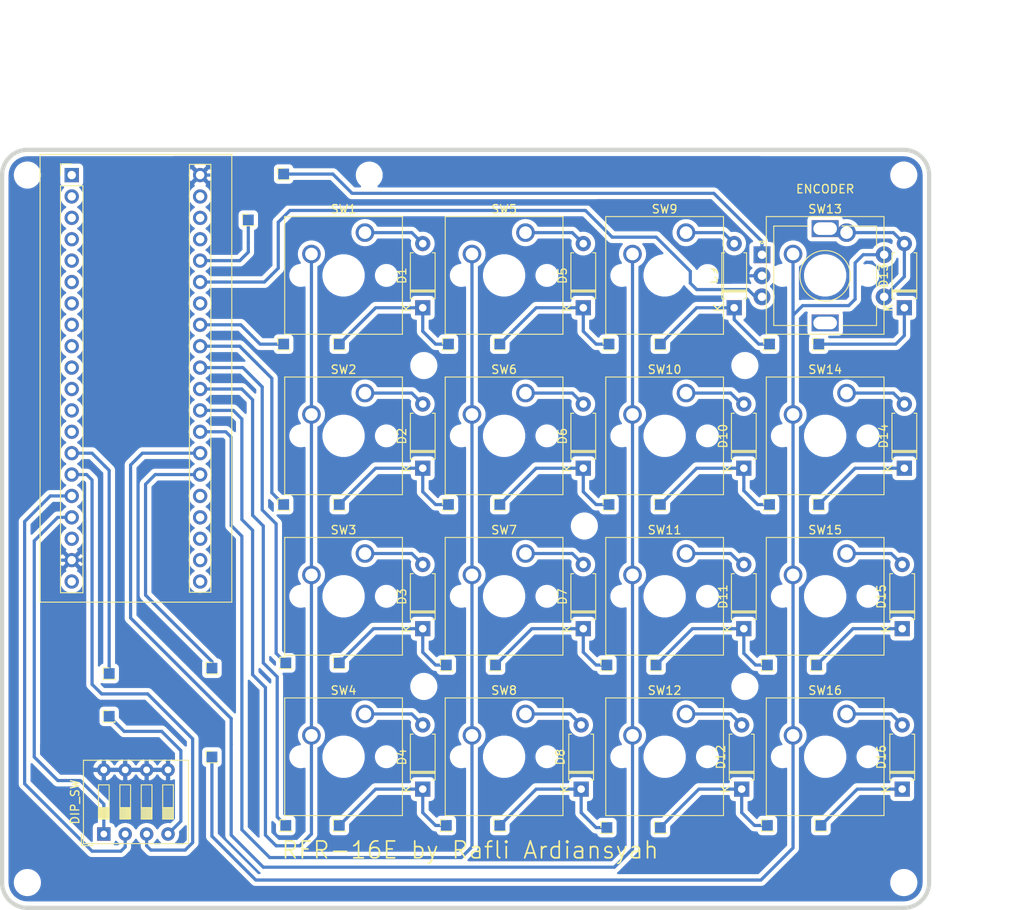
<source format=kicad_pcb>
(kicad_pcb (version 20171130) (host pcbnew "(5.1.9)-1")
  (layers (0 F.Cu signal) (31 B.Cu signal) (34 B.Paste user) (35 F.Paste user) (36 B.SilkS user) (37 F.SilkS user) (38 B.Mask user) (39 F.Mask user) (44 Edge.Cuts user))
  (net 0 "")
  (net 1 baris1)
  (net 2 "Net-(D1-Pad2)")
  (net 3 "Net-(D2-Pad2)")
  (net 4 baris2)
  (net 5 baris3)
  (net 6 "Net-(D3-Pad2)")
  (net 7 baris4)
  (net 8 "Net-(D4-Pad2)")
  (net 9 "Net-(D5-Pad2)")
  (net 10 "Net-(D6-Pad2)")
  (net 11 "Net-(D7-Pad2)")
  (net 12 "Net-(D8-Pad2)")
  (net 13 "Net-(D9-Pad2)")
  (net 14 "Net-(D10-Pad2)")
  (net 15 "Net-(D11-Pad2)")
  (net 16 "Net-(D12-Pad2)")
  (net 17 "Net-(D13-Pad2)")
  (net 18 "Net-(D14-Pad2)")
  (net 19 "Net-(D15-Pad2)")
  (net 20 "Net-(D16-Pad2)")
  (net 21 kolom1)
  (net 22 kolom2)
  (net 23 kolom3)
  (net 24 kolom4)
  (net 25 B_E)
  (net 26 GND_E)
  (net 27 A_E)
  (net 28 sw_ch1)
  (net 29 GND)
  (net 30 sw_ch2)
  (net 31 sw_ch3)
  (net 32 sw_ch4)
  (net 33 "Net-(U1-Pad1)")
  (net 34 "Net-(U1-Pad39)")
  (net 35 "Net-(U1-Pad2)")
  (net 36 "Net-(U1-Pad38)")
  (net 37 "Net-(U1-Pad3)")
  (net 38 "Net-(U1-Pad37)")
  (net 39 "Net-(U1-Pad4)")
  (net 40 "Net-(U1-Pad5)")
  (net 41 "Net-(U1-Pad6)")
  (net 42 "Net-(U1-Pad34)")
  (net 43 "Net-(U1-Pad7)")
  (net 44 "Net-(U1-Pad8)")
  (net 45 "Net-(U1-Pad9)")
  (net 46 "Net-(U1-Pad10)")
  (net 47 "Net-(U1-Pad11)")
  (net 48 "Net-(U1-Pad12)")
  (net 49 "Net-(U1-Pad13)")
  (net 50 "Net-(U1-Pad25)")
  (net 51 "Net-(U1-Pad24)")
  (net 52 "Net-(U1-Pad23)")
  (net 53 "Net-(U1-Pad18)")
  (net 54 "Net-(U1-Pad22)")
  (net 55 "Net-(U1-Pad21)")
  (net 56 "Net-(U1-Pad20)")
  (module MountingHole:MountingHole_2.2mm_M2_ISO14580 (layer F.Cu) (at 83.566 64)
    (fp_text reference REF** hide)
    (fp_text value MountingHole_2.2mm_M2_ISO14580)
    (pad 1 np_thru_hole circle (at 0 0) (size 2.2 2.2) (drill 2.2) (layers *.Cu *.Mask))
  )
  (module MountingHole:MountingHole_2.2mm_M2 (layer F.Cu) (at 109.093 105.664)
    (fp_text reference REF** hide)
    (fp_text value MountingHole_2.2mm_M2)
    (pad 1 np_thru_hole circle (at 0 0) (size 2.2 2.2) (drill 2.2) (layers *.Cu *.Mask))
  )
  (module MountingHole:MountingHole_2.2mm_M2 (layer F.Cu) (at 128.143 124.714)
    (fp_text reference REF** hide)
    (fp_text value MountingHole_2.2mm_M2)
    (pad 1 np_thru_hole circle (at 0 0) (size 2.2 2.2) (drill 2.2) (layers *.Cu *.Mask))
  )
  (module MountingHole:MountingHole_2.2mm_M2 (layer F.Cu) (at 90.043 124.714)
    (fp_text reference REF** hide)
    (fp_text value MountingHole_2.2mm_M2)
    (pad 1 np_thru_hole circle (at 0 0) (size 2.2 2.2) (drill 2.2) (layers *.Cu *.Mask))
  )
  (module MountingHole:MountingHole_2.2mm_M2 (layer F.Cu) (at 128.143 86.614)
    (fp_text reference REF** hide)
    (fp_text value MountingHole_2.2mm_M2)
    (pad 1 np_thru_hole circle (at 0 0) (size 2.2 2.2) (drill 2.2) (layers *.Cu *.Mask))
  )
  (module MountingHole:MountingHole_2.2mm_M2 (layer F.Cu) (at 90.043 86.614)
    (fp_text reference REF** hide)
    (fp_text value MountingHole_2.2mm_M2)
    (pad 1 np_thru_hole circle (at 0 0) (size 2.2 2.2) (drill 2.2) (layers *.Cu *.Mask))
  )
  (module Button_Switch_Keyboard:SW_Cherry_MX_1.00u_PCB (layer F.Cu) (at 121.158 70.83425)
    (fp_text reference SW9 (at -2.54 -2.794) (layer F.SilkS))
    (fp_text value SW_SPST)
    (pad 1 thru_hole circle (at 0 0) (size 2.2 2.2) (drill 1.5) (layers *.Cu *.Mask) (net 13 "Net-(D9-Pad2)"))
    (pad 2 thru_hole circle (at -6.35 2.54) (size 2.2 2.2) (drill 1.5) (layers *.Cu *.Mask) (net 23 kolom3))
    (pad "" np_thru_hole circle (at -2.54 5.08) (size 4 4) (drill 4) (layers *.Cu *.Mask))
    (pad "" np_thru_hole circle (at -7.62 5.08) (size 1.7 1.7) (drill 1.7) (layers *.Cu *.Mask))
    (pad "" np_thru_hole circle (at 2.54 5.08) (size 1.7 1.7) (drill 1.7) (layers *.Cu *.Mask))
  )
  (module Diode_THT:D_A-405_P7.62mm_Horizontal (layer F.Cu) (at 126.873 79.756 90)
    (fp_text reference D9 (at 3.81 -2.47 90) (layer F.SilkS))
    (fp_text value D_Small_ALT)
    (fp_text user K (at 0 -1.9 90) (layer F.SilkS))
    (pad 2 thru_hole oval (at 7.62 0 90) (size 1.8 1.8) (drill 0.9) (layers *.Cu *.Mask) (net 13 "Net-(D9-Pad2)"))
    (pad 1 thru_hole rect (at 0 0 90) (size 1.8 1.8) (drill 0.9) (layers *.Cu *.Mask) (net 1 baris1))
  )
  (module Connector_PinHeader_1.00mm:PinHeader_1x01_P1.00mm_Vertical (layer F.Cu) (at 64.897 133.096)
    (fp_text reference REF** hide)
    (fp_text value PinHeader_1x01_P1.00mm_Vertical)
    (pad 1 connect rect (at 0 0) (size 1.3 1.3) (layers B.Cu B.Mask) (net 24 kolom4))
  )
  (module Connector_PinHeader_1.00mm:PinHeader_1x01_P1.00mm_Vertical (layer F.Cu) (at 64.897 122.555)
    (fp_text reference REF** hide)
    (fp_text value PinHeader_1x01_P1.00mm_Vertical)
    (pad 1 connect rect (at 0 0) (size 1.3 1.3) (layers B.Cu B.Mask) (net 24 kolom4))
  )
  (module Connector_PinHeader_1.00mm:PinHeader_1x01_P1.00mm_Vertical (layer F.Cu) (at 52.705 123.19)
    (fp_text reference REF** hide)
    (fp_text value PinHeader_1x01_P1.00mm_Vertical)
    (pad 1 connect rect (at 0 0) (size 1.3 1.3) (layers B.Cu B.Mask) (net 32 sw_ch4))
  )
  (module Connector_PinHeader_1.00mm:PinHeader_1x01_P1.00mm_Vertical (layer F.Cu) (at 52.705 128.27)
    (fp_text reference REF** hide)
    (fp_text value PinHeader_1x01_P1.00mm_Vertical)
    (pad 1 connect rect (at 0 0) (size 1.3 1.3) (layers B.Cu B.Mask) (net 32 sw_ch4))
  )
  (module Connector_PinHeader_1.00mm:PinHeader_1x01_P1.00mm_Vertical (layer F.Cu) (at 73.406 63.881)
    (fp_text reference REF** hide)
    (fp_text value PinHeader_1x01_P1.00mm_Vertical)
    (pad 1 connect rect (at 0 0) (size 1.3 1.3) (layers B.Cu B.Mask) (net 27 A_E))
  )
  (module Connector_PinHeader_1.00mm:PinHeader_1x01_P1.00mm_Vertical (layer F.Cu) (at 69.215 69.342)
    (fp_text reference REF** hide)
    (fp_text value PinHeader_1x01_P1.00mm_Vertical)
    (pad 1 connect rect (at 0 0) (size 1.3 1.3) (layers B.Cu B.Mask) (net 27 A_E))
  )
  (module Connector_PinHeader_1.00mm:PinHeader_1x01_P1.00mm_Vertical (layer F.Cu) (at 137.16 141.224)
    (fp_text reference REF** hide)
    (fp_text value PinHeader_1x01_P1.00mm_Vertical)
    (pad 1 connect rect (at 0 0) (size 1.3 1.3) (layers B.Cu B.Mask) (net 7 baris4))
  )
  (module Connector_PinHeader_1.00mm:PinHeader_1x01_P1.00mm_Vertical (layer F.Cu) (at 130.81 141.224)
    (fp_text reference REF** hide)
    (fp_text value PinHeader_1x01_P1.00mm_Vertical)
    (pad 1 connect rect (at 0 0) (size 1.3 1.3) (layers B.Cu B.Mask) (net 7 baris4))
  )
  (module Connector_PinHeader_1.00mm:PinHeader_1x01_P1.00mm_Vertical (layer F.Cu) (at 118.11 141.478)
    (fp_text reference REF** hide)
    (fp_text value PinHeader_1x01_P1.00mm_Vertical)
    (pad 1 connect rect (at 0 0) (size 1.3 1.3) (layers B.Cu B.Mask) (net 7 baris4))
  )
  (module Connector_PinHeader_1.00mm:PinHeader_1x01_P1.00mm_Vertical (layer F.Cu) (at 111.76 141.478)
    (fp_text reference REF** hide)
    (fp_text value PinHeader_1x01_P1.00mm_Vertical)
    (pad 1 connect rect (at 0 0) (size 1.3 1.3) (layers B.Cu B.Mask) (net 7 baris4))
  )
  (module Connector_PinHeader_1.00mm:PinHeader_1x01_P1.00mm_Vertical (layer F.Cu) (at 99.06 141.224)
    (fp_text reference REF** hide)
    (fp_text value PinHeader_1x01_P1.00mm_Vertical)
    (pad 1 connect rect (at 0 0) (size 1.3 1.3) (layers B.Cu B.Mask) (net 7 baris4))
  )
  (module Connector_PinHeader_1.00mm:PinHeader_1x01_P1.00mm_Vertical (layer F.Cu) (at 92.71 141.224)
    (fp_text reference REF** hide)
    (fp_text value PinHeader_1x01_P1.00mm_Vertical)
    (pad 1 connect rect (at 0 0) (size 1.3 1.3) (layers B.Cu B.Mask) (net 7 baris4))
  )
  (module Connector_PinHeader_1.00mm:PinHeader_1x01_P1.00mm_Vertical (layer F.Cu) (at 80.01 141.224)
    (fp_text reference REF** hide)
    (fp_text value PinHeader_1x01_P1.00mm_Vertical)
    (pad 1 connect rect (at 0 0) (size 1.3 1.3) (layers B.Cu B.Mask) (net 7 baris4))
  )
  (module Connector_PinHeader_1.00mm:PinHeader_1x01_P1.00mm_Vertical (layer F.Cu) (at 73.66 141.224)
    (fp_text reference REF** hide)
    (fp_text value PinHeader_1x01_P1.00mm_Vertical)
    (pad 1 connect rect (at 0 0) (size 1.3 1.3) (layers B.Cu B.Mask) (net 7 baris4))
  )
  (module Connector_PinHeader_1.00mm:PinHeader_1x01_P1.00mm_Vertical (layer F.Cu) (at 130.81 122.174)
    (fp_text reference REF** hide)
    (fp_text value PinHeader_1x01_P1.00mm_Vertical)
    (pad 1 connect rect (at 0 0) (size 1.3 1.3) (layers B.Cu B.Mask) (net 5 baris3))
  )
  (module Connector_PinHeader_1.00mm:PinHeader_1x01_P1.00mm_Vertical (layer F.Cu) (at 136.652 122.174)
    (fp_text reference REF** hide)
    (fp_text value PinHeader_1x01_P1.00mm_Vertical)
    (pad 1 connect rect (at 0 0) (size 1.3 1.3) (layers B.Cu B.Mask) (net 5 baris3))
  )
  (module Connector_PinHeader_1.00mm:PinHeader_1x01_P1.00mm_Vertical (layer F.Cu) (at 111.76 122.174)
    (fp_text reference REF** hide)
    (fp_text value PinHeader_1x01_P1.00mm_Vertical)
    (pad 1 connect rect (at 0 0) (size 1.3 1.3) (layers B.Cu B.Mask) (net 5 baris3))
  )
  (module Connector_PinHeader_1.00mm:PinHeader_1x01_P1.00mm_Vertical (layer F.Cu) (at 117.602 122.174)
    (fp_text reference REF** hide)
    (fp_text value PinHeader_1x01_P1.00mm_Vertical)
    (pad 1 connect rect (at 0 0) (size 1.3 1.3) (layers B.Cu B.Mask) (net 5 baris3))
  )
  (module Connector_PinHeader_1.00mm:PinHeader_1x01_P1.00mm_Vertical (layer F.Cu) (at 98.552 122.174)
    (fp_text reference REF** hide)
    (fp_text value PinHeader_1x01_P1.00mm_Vertical)
    (pad 1 connect rect (at 0 0) (size 1.3 1.3) (layers B.Cu B.Mask) (net 5 baris3))
  )
  (module Connector_PinHeader_1.00mm:PinHeader_1x01_P1.00mm_Vertical (layer F.Cu) (at 92.71 122.174)
    (fp_text reference REF** hide)
    (fp_text value PinHeader_1x01_P1.00mm_Vertical)
    (pad 1 connect rect (at 0 0) (size 1.3 1.3) (layers B.Cu B.Mask) (net 5 baris3))
  )
  (module Connector_PinHeader_1.00mm:PinHeader_1x01_P1.00mm_Vertical (layer F.Cu) (at 80.01 121.92)
    (fp_text reference REF** hide)
    (fp_text value PinHeader_1x01_P1.00mm_Vertical)
    (pad 1 connect rect (at 0 0) (size 1.3 1.3) (layers B.Cu B.Mask) (net 5 baris3))
  )
  (module Connector_PinHeader_1.00mm:PinHeader_1x01_P1.00mm_Vertical (layer F.Cu) (at 73.66 121.92)
    (fp_text reference REF** hide)
    (fp_text value PinHeader_1x01_P1.00mm_Vertical)
    (pad 1 connect rect (at 0 0) (size 1.3 1.3) (layers B.Cu B.Mask) (net 5 baris3))
  )
  (module Connector_PinHeader_1.00mm:PinHeader_1x01_P1.00mm_Vertical (layer F.Cu) (at 136.906 103.124)
    (fp_text reference REF** hide)
    (fp_text value PinHeader_1x01_P1.00mm_Vertical)
    (pad 1 connect rect (at 0 0) (size 1.3 1.3) (layers B.Cu B.Mask) (net 4 baris2))
  )
  (module Connector_PinHeader_1.00mm:PinHeader_1x01_P1.00mm_Vertical (layer F.Cu) (at 73.406 103.124)
    (fp_text reference REF** hide)
    (fp_text value PinHeader_1x01_P1.00mm_Vertical)
    (pad 1 connect rect (at 0 0) (size 1.3 1.3) (layers B.Cu B.Mask) (net 4 baris2))
  )
  (module Connector_PinHeader_1.00mm:PinHeader_1x01_P1.00mm_Vertical (layer F.Cu) (at 118.11 103.124)
    (fp_text reference REF** hide)
    (fp_text value PinHeader_1x01_P1.00mm_Vertical)
    (pad 1 connect rect (at 0 0) (size 1.3 1.3) (layers B.Cu B.Mask) (net 4 baris2))
  )
  (module Connector_PinHeader_1.00mm:PinHeader_1x01_P1.00mm_Vertical (layer F.Cu) (at 80.01 103.124)
    (fp_text reference REF** hide)
    (fp_text value PinHeader_1x01_P1.00mm_Vertical)
    (pad 1 connect rect (at 0 0) (size 1.3 1.3) (layers B.Cu B.Mask) (net 4 baris2))
  )
  (module Connector_PinHeader_1.00mm:PinHeader_1x01_P1.00mm_Vertical (layer F.Cu) (at 92.964 103.124)
    (fp_text reference REF** hide)
    (fp_text value PinHeader_1x01_P1.00mm_Vertical)
    (pad 1 connect rect (at 0 0) (size 1.3 1.3) (layers B.Cu B.Mask) (net 4 baris2))
  )
  (module Connector_PinHeader_1.00mm:PinHeader_1x01_P1.00mm_Vertical (layer F.Cu) (at 131.064 103.124)
    (fp_text reference REF** hide)
    (fp_text value PinHeader_1x01_P1.00mm_Vertical)
    (pad 1 connect rect (at 0 0) (size 1.3 1.3) (layers B.Cu B.Mask) (net 4 baris2))
  )
  (module Connector_PinHeader_1.00mm:PinHeader_1x01_P1.00mm_Vertical (layer F.Cu) (at 112.014 103.124)
    (fp_text reference REF** hide)
    (fp_text value PinHeader_1x01_P1.00mm_Vertical)
    (pad 1 connect rect (at 0 0) (size 1.3 1.3) (layers B.Cu B.Mask) (net 4 baris2))
  )
  (module Connector_PinHeader_1.00mm:PinHeader_1x01_P1.00mm_Vertical (layer F.Cu) (at 99.06 103.124)
    (fp_text reference REF** hide)
    (fp_text value PinHeader_1x01_P1.00mm_Vertical)
    (pad 1 connect rect (at 0 0) (size 1.3 1.3) (layers B.Cu B.Mask) (net 4 baris2))
  )
  (module Button_Switch_Keyboard:SW_Cherry_MX_1.00u_PCB (layer F.Cu) (at 83.058 70.83425)
    (fp_text reference SW1 (at -2.54 -2.794) (layer F.SilkS))
    (fp_text value SW_SPST)
    (pad "" np_thru_hole circle (at 2.54 5.08) (size 1.7 1.7) (drill 1.7) (layers *.Cu *.Mask))
    (pad "" np_thru_hole circle (at -7.62 5.08) (size 1.7 1.7) (drill 1.7) (layers *.Cu *.Mask))
    (pad "" np_thru_hole circle (at -2.54 5.08) (size 4 4) (drill 4) (layers *.Cu *.Mask))
    (pad 2 thru_hole circle (at -6.35 2.54) (size 2.2 2.2) (drill 1.5) (layers *.Cu *.Mask) (net 21 kolom1))
    (pad 1 thru_hole circle (at 0 0) (size 2.2 2.2) (drill 1.5) (layers *.Cu *.Mask) (net 2 "Net-(D1-Pad2)"))
  )
  (module Connector_PinHeader_1.00mm:PinHeader_1x01_P1.00mm_Vertical (layer F.Cu) (at 73.406 84.074)
    (fp_text reference REF** hide)
    (fp_text value PinHeader_1x01_P1.00mm_Vertical)
    (pad 1 connect rect (at 0 0) (size 1.3 1.3) (layers B.Cu B.Mask) (net 1 baris1))
  )
  (module Connector_PinHeader_1.00mm:PinHeader_1x01_P1.00mm_Vertical (layer F.Cu) (at 80.01 84.074)
    (fp_text reference REF** hide)
    (fp_text value PinHeader_1x01_P1.00mm_Vertical)
    (pad 1 connect rect (at 0 0) (size 1.3 1.3) (layers B.Cu B.Mask) (net 1 baris1))
  )
  (module Connector_PinHeader_1.00mm:PinHeader_1x01_P1.00mm_Vertical (layer F.Cu) (at 99.06 84.074)
    (fp_text reference REF** hide)
    (fp_text value PinHeader_1x01_P1.00mm_Vertical)
    (pad 1 connect rect (at 0 0) (size 1.3 1.3) (layers B.Cu B.Mask) (net 1 baris1))
  )
  (module Connector_PinHeader_1.00mm:PinHeader_1x01_P1.00mm_Vertical (layer F.Cu) (at 92.964 84.074)
    (fp_text reference REF** hide)
    (fp_text value PinHeader_1x01_P1.00mm_Vertical)
    (pad 1 connect rect (at 0 0) (size 1.3 1.3) (layers B.Cu B.Mask) (net 1 baris1))
  )
  (module Connector_PinHeader_1.00mm:PinHeader_1x01_P1.00mm_Vertical (layer F.Cu) (at 112.014 84.074)
    (fp_text reference REF** hide)
    (fp_text value PinHeader_1x01_P1.00mm_Vertical)
    (pad 1 connect rect (at 0 0) (size 1.3 1.3) (layers B.Cu B.Mask) (net 1 baris1))
  )
  (module Connector_PinHeader_1.00mm:PinHeader_1x01_P1.00mm_Vertical (layer F.Cu) (at 118.11 84.074)
    (fp_text reference REF** hide)
    (fp_text value PinHeader_1x01_P1.00mm_Vertical)
    (pad 1 connect rect (at 0 0) (size 1.3 1.3) (layers B.Cu B.Mask) (net 1 baris1))
  )
  (module Connector_PinHeader_1.00mm:PinHeader_1x01_P1.00mm_Vertical (layer F.Cu) (at 131.064 84.074)
    (fp_text reference REF** hide)
    (fp_text value PinHeader_1x01_P1.00mm_Vertical)
    (pad 1 connect rect (at 0 0) (size 1.3 1.3) (layers B.Cu B.Mask) (net 1 baris1))
  )
  (module Connector_PinHeader_1.00mm:PinHeader_1x01_P1.00mm_Vertical (layer F.Cu) (at 136.906 84.074)
    (fp_text reference REF** hide)
    (fp_text value PinHeader_1x01_P1.00mm_Vertical)
    (pad 1 connect rect (at 0 0) (size 1.3 1.3) (layers B.Cu B.Mask) (net 1 baris1))
  )
  (module MountingHole:MountingHole_2.2mm_M2_ISO14580 (layer F.Cu) (at 147 64)
    (fp_text reference REF** hide)
    (fp_text value MountingHole_2.2mm_M2_ISO14580)
    (pad 1 np_thru_hole circle (at 0 0) (size 2.2 2.2) (drill 2.2) (layers *.Cu *.Mask))
  )
  (module MountingHole:MountingHole_2.2mm_M2_ISO14580 (layer F.Cu) (at 147 148)
    (fp_text reference REF** hide)
    (fp_text value MountingHole_2.2mm_M2_ISO14580)
    (pad 1 np_thru_hole circle (at 0 0) (size 2.2 2.2) (drill 2.2) (layers *.Cu *.Mask))
  )
  (module MountingHole:MountingHole_2.2mm_M2_ISO14580 (layer F.Cu) (at 43 64)
    (fp_text reference REF** hide)
    (fp_text value MountingHole_2.2mm_M2_ISO14580)
    (pad 1 np_thru_hole circle (at 0 0) (size 2.2 2.2) (drill 2.2) (layers *.Cu *.Mask))
  )
  (module MountingHole:MountingHole_2.2mm_M2_ISO14580 (layer F.Cu) (at 43 148)
    (fp_text reference REF** hide)
    (fp_text value MountingHole_2.2mm_M2_ISO14580)
    (pad 1 np_thru_hole circle (at 0 0) (size 2.2 2.2) (drill 2.2) (layers *.Cu *.Mask))
  )
  (module Diode_THT:D_A-405_P7.62mm_Horizontal (layer F.Cu) (at 89.916 79.756 90)
    (fp_text reference D1 (at 3.81 -2.47 90) (layer F.SilkS))
    (fp_text value D_Small_ALT)
    (fp_text user K (at 0 -1.9 90) (layer F.SilkS))
    (pad 1 thru_hole rect (at 0 0 90) (size 1.8 1.8) (drill 0.9) (layers *.Cu *.Mask) (net 1 baris1))
    (pad 2 thru_hole oval (at 7.62 0 90) (size 1.8 1.8) (drill 0.9) (layers *.Cu *.Mask) (net 2 "Net-(D1-Pad2)"))
  )
  (module Diode_THT:D_A-405_P7.62mm_Horizontal (layer F.Cu) (at 89.916 98.806 90)
    (fp_text reference D2 (at 3.81 -2.47 90) (layer F.SilkS))
    (fp_text value D_Small_ALT)
    (fp_text user K (at 0 -1.9 90) (layer F.SilkS))
    (pad 2 thru_hole oval (at 7.62 0 90) (size 1.8 1.8) (drill 0.9) (layers *.Cu *.Mask) (net 3 "Net-(D2-Pad2)"))
    (pad 1 thru_hole rect (at 0 0 90) (size 1.8 1.8) (drill 0.9) (layers *.Cu *.Mask) (net 4 baris2))
  )
  (module Diode_THT:D_A-405_P7.62mm_Horizontal (layer F.Cu) (at 89.916 117.856 90)
    (fp_text reference D3 (at 3.81 -2.47 90) (layer F.SilkS))
    (fp_text value D_Small_ALT)
    (fp_text user K (at 0 -1.9 90) (layer F.SilkS))
    (pad 1 thru_hole rect (at 0 0 90) (size 1.8 1.8) (drill 0.9) (layers *.Cu *.Mask) (net 5 baris3))
    (pad 2 thru_hole oval (at 7.62 0 90) (size 1.8 1.8) (drill 0.9) (layers *.Cu *.Mask) (net 6 "Net-(D3-Pad2)"))
  )
  (module Diode_THT:D_A-405_P7.62mm_Horizontal (layer F.Cu) (at 89.916 136.906 90)
    (fp_text reference D4 (at 3.81 -2.47 90) (layer F.SilkS))
    (fp_text value D_Small_ALT)
    (fp_text user K (at 0 -1.9 90) (layer F.SilkS))
    (pad 1 thru_hole rect (at 0 0 90) (size 1.8 1.8) (drill 0.9) (layers *.Cu *.Mask) (net 7 baris4))
    (pad 2 thru_hole oval (at 7.62 0 90) (size 1.8 1.8) (drill 0.9) (layers *.Cu *.Mask) (net 8 "Net-(D4-Pad2)"))
  )
  (module Diode_THT:D_A-405_P7.62mm_Horizontal (layer F.Cu) (at 108.966 79.756 90)
    (fp_text reference D5 (at 3.81 -2.47 90) (layer F.SilkS))
    (fp_text value D_Small_ALT)
    (fp_text user K (at 0 -1.9 90) (layer F.SilkS))
    (pad 1 thru_hole rect (at 0 0 90) (size 1.8 1.8) (drill 0.9) (layers *.Cu *.Mask) (net 1 baris1))
    (pad 2 thru_hole oval (at 7.62 0 90) (size 1.8 1.8) (drill 0.9) (layers *.Cu *.Mask) (net 9 "Net-(D5-Pad2)"))
  )
  (module Diode_THT:D_A-405_P7.62mm_Horizontal (layer F.Cu) (at 108.966 98.806 90)
    (fp_text reference D6 (at 3.81 -2.47 90) (layer F.SilkS))
    (fp_text value D_Small_ALT)
    (fp_text user K (at 0 -1.9 90) (layer F.SilkS))
    (pad 2 thru_hole oval (at 7.62 0 90) (size 1.8 1.8) (drill 0.9) (layers *.Cu *.Mask) (net 10 "Net-(D6-Pad2)"))
    (pad 1 thru_hole rect (at 0 0 90) (size 1.8 1.8) (drill 0.9) (layers *.Cu *.Mask) (net 4 baris2))
  )
  (module Diode_THT:D_A-405_P7.62mm_Horizontal (layer F.Cu) (at 108.966 117.856 90)
    (fp_text reference D7 (at 3.81 -2.47 90) (layer F.SilkS))
    (fp_text value D_Small_ALT)
    (fp_text user K (at 0 -1.9 90) (layer F.SilkS))
    (pad 2 thru_hole oval (at 7.62 0 90) (size 1.8 1.8) (drill 0.9) (layers *.Cu *.Mask) (net 11 "Net-(D7-Pad2)"))
    (pad 1 thru_hole rect (at 0 0 90) (size 1.8 1.8) (drill 0.9) (layers *.Cu *.Mask) (net 5 baris3))
  )
  (module Diode_THT:D_A-405_P7.62mm_Horizontal (layer F.Cu) (at 108.712 136.906 90)
    (fp_text reference D8 (at 3.81 -2.47 90) (layer F.SilkS))
    (fp_text value D_Small_ALT)
    (fp_text user K (at 0 -1.9 90) (layer F.SilkS))
    (pad 2 thru_hole oval (at 7.62 0 90) (size 1.8 1.8) (drill 0.9) (layers *.Cu *.Mask) (net 12 "Net-(D8-Pad2)"))
    (pad 1 thru_hole rect (at 0 0 90) (size 1.8 1.8) (drill 0.9) (layers *.Cu *.Mask) (net 7 baris4))
  )
  (module Diode_THT:D_A-405_P7.62mm_Horizontal (layer F.Cu) (at 128.016 98.806 90)
    (fp_text reference D10 (at 3.81 -2.47 90) (layer F.SilkS))
    (fp_text value D_Small_ALT)
    (fp_text user K (at 0 -1.9 90) (layer F.SilkS))
    (pad 1 thru_hole rect (at 0 0 90) (size 1.8 1.8) (drill 0.9) (layers *.Cu *.Mask) (net 4 baris2))
    (pad 2 thru_hole oval (at 7.62 0 90) (size 1.8 1.8) (drill 0.9) (layers *.Cu *.Mask) (net 14 "Net-(D10-Pad2)"))
  )
  (module Diode_THT:D_A-405_P7.62mm_Horizontal (layer F.Cu) (at 128.016 117.856 90)
    (fp_text reference D11 (at 3.81 -2.47 90) (layer F.SilkS))
    (fp_text value D_Small_ALT)
    (fp_text user K (at 0 -1.9 90) (layer F.SilkS))
    (pad 1 thru_hole rect (at 0 0 90) (size 1.8 1.8) (drill 0.9) (layers *.Cu *.Mask) (net 5 baris3))
    (pad 2 thru_hole oval (at 7.62 0 90) (size 1.8 1.8) (drill 0.9) (layers *.Cu *.Mask) (net 15 "Net-(D11-Pad2)"))
  )
  (module Diode_THT:D_A-405_P7.62mm_Horizontal (layer F.Cu) (at 127.762 136.906 90)
    (fp_text reference D12 (at 3.81 -2.47 90) (layer F.SilkS))
    (fp_text value D_Small_ALT)
    (fp_text user K (at 0 -1.9 90) (layer F.SilkS))
    (pad 1 thru_hole rect (at 0 0 90) (size 1.8 1.8) (drill 0.9) (layers *.Cu *.Mask) (net 7 baris4))
    (pad 2 thru_hole oval (at 7.62 0 90) (size 1.8 1.8) (drill 0.9) (layers *.Cu *.Mask) (net 16 "Net-(D12-Pad2)"))
  )
  (module Diode_THT:D_A-405_P7.62mm_Horizontal (layer F.Cu) (at 147.066 79.756 90)
    (fp_text reference D13 (at 3.81 -2.47 90) (layer F.SilkS))
    (fp_text value D_Small_ALT)
    (fp_text user K (at 0 -1.9 90) (layer F.SilkS))
    (pad 1 thru_hole rect (at 0 0 90) (size 1.8 1.8) (drill 0.9) (layers *.Cu *.Mask) (net 1 baris1))
    (pad 2 thru_hole oval (at 7.62 0 90) (size 1.8 1.8) (drill 0.9) (layers *.Cu *.Mask) (net 17 "Net-(D13-Pad2)"))
  )
  (module Diode_THT:D_A-405_P7.62mm_Horizontal (layer F.Cu) (at 147.066 98.806 90)
    (fp_text reference D14 (at 3.81 -2.47 90) (layer F.SilkS))
    (fp_text value D_Small_ALT)
    (fp_text user K (at 0 -1.9 90) (layer F.SilkS))
    (pad 2 thru_hole oval (at 7.62 0 90) (size 1.8 1.8) (drill 0.9) (layers *.Cu *.Mask) (net 18 "Net-(D14-Pad2)"))
    (pad 1 thru_hole rect (at 0 0 90) (size 1.8 1.8) (drill 0.9) (layers *.Cu *.Mask) (net 4 baris2))
  )
  (module Diode_THT:D_A-405_P7.62mm_Horizontal (layer F.Cu) (at 146.812 117.856 90)
    (fp_text reference D15 (at 3.81 -2.47 90) (layer F.SilkS))
    (fp_text value D_Small_ALT)
    (fp_text user K (at 0 -1.9 90) (layer F.SilkS))
    (pad 2 thru_hole oval (at 7.62 0 90) (size 1.8 1.8) (drill 0.9) (layers *.Cu *.Mask) (net 19 "Net-(D15-Pad2)"))
    (pad 1 thru_hole rect (at 0 0 90) (size 1.8 1.8) (drill 0.9) (layers *.Cu *.Mask) (net 5 baris3))
  )
  (module Diode_THT:D_A-405_P7.62mm_Horizontal (layer F.Cu) (at 146.812 136.906 90)
    (fp_text reference D16 (at 3.81 -2.47 90) (layer F.SilkS))
    (fp_text value D_Small_ALT)
    (fp_text user K (at 0 -1.9 90) (layer F.SilkS))
    (pad 2 thru_hole oval (at 7.62 0 90) (size 1.8 1.8) (drill 0.9) (layers *.Cu *.Mask) (net 20 "Net-(D16-Pad2)"))
    (pad 1 thru_hole rect (at 0 0 90) (size 1.8 1.8) (drill 0.9) (layers *.Cu *.Mask) (net 7 baris4))
  )
  (module Button_Switch_Keyboard:SW_Cherry_MX_1.00u_PCB (layer F.Cu) (at 83.058 89.88425)
    (fp_text reference SW2 (at -2.54 -2.794) (layer F.SilkS))
    (fp_text value SW_SPST)
    (pad 1 thru_hole circle (at 0 0) (size 2.2 2.2) (drill 1.5) (layers *.Cu *.Mask) (net 3 "Net-(D2-Pad2)"))
    (pad 2 thru_hole circle (at -6.35 2.54) (size 2.2 2.2) (drill 1.5) (layers *.Cu *.Mask) (net 21 kolom1))
    (pad "" np_thru_hole circle (at -2.54 5.08) (size 4 4) (drill 4) (layers *.Cu *.Mask))
    (pad "" np_thru_hole circle (at -7.62 5.08) (size 1.7 1.7) (drill 1.7) (layers *.Cu *.Mask))
    (pad "" np_thru_hole circle (at 2.54 5.08) (size 1.7 1.7) (drill 1.7) (layers *.Cu *.Mask))
  )
  (module Button_Switch_Keyboard:SW_Cherry_MX_1.00u_PCB (layer F.Cu) (at 83.058 108.93425)
    (fp_text reference SW3 (at -2.54 -2.794) (layer F.SilkS))
    (fp_text value SW_SPST)
    (pad 1 thru_hole circle (at 0 0) (size 2.2 2.2) (drill 1.5) (layers *.Cu *.Mask) (net 6 "Net-(D3-Pad2)"))
    (pad 2 thru_hole circle (at -6.35 2.54) (size 2.2 2.2) (drill 1.5) (layers *.Cu *.Mask) (net 21 kolom1))
    (pad "" np_thru_hole circle (at -2.54 5.08) (size 4 4) (drill 4) (layers *.Cu *.Mask))
    (pad "" np_thru_hole circle (at -7.62 5.08) (size 1.7 1.7) (drill 1.7) (layers *.Cu *.Mask))
    (pad "" np_thru_hole circle (at 2.54 5.08) (size 1.7 1.7) (drill 1.7) (layers *.Cu *.Mask))
  )
  (module Button_Switch_Keyboard:SW_Cherry_MX_1.00u_PCB (layer F.Cu) (at 83.058 127.98425)
    (fp_text reference SW4 (at -2.54 -2.794) (layer F.SilkS))
    (fp_text value SW_SPST)
    (pad 1 thru_hole circle (at 0 0) (size 2.2 2.2) (drill 1.5) (layers *.Cu *.Mask) (net 8 "Net-(D4-Pad2)"))
    (pad 2 thru_hole circle (at -6.35 2.54) (size 2.2 2.2) (drill 1.5) (layers *.Cu *.Mask) (net 21 kolom1))
    (pad "" np_thru_hole circle (at -2.54 5.08) (size 4 4) (drill 4) (layers *.Cu *.Mask))
    (pad "" np_thru_hole circle (at -7.62 5.08) (size 1.7 1.7) (drill 1.7) (layers *.Cu *.Mask))
    (pad "" np_thru_hole circle (at 2.54 5.08) (size 1.7 1.7) (drill 1.7) (layers *.Cu *.Mask))
  )
  (module Button_Switch_Keyboard:SW_Cherry_MX_1.00u_PCB (layer F.Cu) (at 102.108 70.83425)
    (fp_text reference SW5 (at -2.54 -2.794) (layer F.SilkS))
    (fp_text value SW_SPST)
    (pad 1 thru_hole circle (at 0 0) (size 2.2 2.2) (drill 1.5) (layers *.Cu *.Mask) (net 9 "Net-(D5-Pad2)"))
    (pad 2 thru_hole circle (at -6.35 2.54) (size 2.2 2.2) (drill 1.5) (layers *.Cu *.Mask) (net 22 kolom2))
    (pad "" np_thru_hole circle (at -2.54 5.08) (size 4 4) (drill 4) (layers *.Cu *.Mask))
    (pad "" np_thru_hole circle (at -7.62 5.08) (size 1.7 1.7) (drill 1.7) (layers *.Cu *.Mask))
    (pad "" np_thru_hole circle (at 2.54 5.08) (size 1.7 1.7) (drill 1.7) (layers *.Cu *.Mask))
  )
  (module Button_Switch_Keyboard:SW_Cherry_MX_1.00u_PCB (layer F.Cu) (at 102.108 89.88425)
    (fp_text reference SW6 (at -2.54 -2.794) (layer F.SilkS))
    (fp_text value SW_SPST)
    (pad "" np_thru_hole circle (at 2.54 5.08) (size 1.7 1.7) (drill 1.7) (layers *.Cu *.Mask))
    (pad "" np_thru_hole circle (at -7.62 5.08) (size 1.7 1.7) (drill 1.7) (layers *.Cu *.Mask))
    (pad "" np_thru_hole circle (at -2.54 5.08) (size 4 4) (drill 4) (layers *.Cu *.Mask))
    (pad 2 thru_hole circle (at -6.35 2.54) (size 2.2 2.2) (drill 1.5) (layers *.Cu *.Mask) (net 22 kolom2))
    (pad 1 thru_hole circle (at 0 0) (size 2.2 2.2) (drill 1.5) (layers *.Cu *.Mask) (net 10 "Net-(D6-Pad2)"))
  )
  (module Button_Switch_Keyboard:SW_Cherry_MX_1.00u_PCB (layer F.Cu) (at 102.108 108.93425)
    (fp_text reference SW7 (at -2.54 -2.794) (layer F.SilkS))
    (fp_text value SW_SPST)
    (pad 1 thru_hole circle (at 0 0) (size 2.2 2.2) (drill 1.5) (layers *.Cu *.Mask) (net 11 "Net-(D7-Pad2)"))
    (pad 2 thru_hole circle (at -6.35 2.54) (size 2.2 2.2) (drill 1.5) (layers *.Cu *.Mask) (net 22 kolom2))
    (pad "" np_thru_hole circle (at -2.54 5.08) (size 4 4) (drill 4) (layers *.Cu *.Mask))
    (pad "" np_thru_hole circle (at -7.62 5.08) (size 1.7 1.7) (drill 1.7) (layers *.Cu *.Mask))
    (pad "" np_thru_hole circle (at 2.54 5.08) (size 1.7 1.7) (drill 1.7) (layers *.Cu *.Mask))
  )
  (module Button_Switch_Keyboard:SW_Cherry_MX_1.00u_PCB (layer F.Cu) (at 102.108 127.98425)
    (fp_text reference SW8 (at -2.54 -2.794) (layer F.SilkS))
    (fp_text value SW_SPST)
    (pad 1 thru_hole circle (at 0 0) (size 2.2 2.2) (drill 1.5) (layers *.Cu *.Mask) (net 12 "Net-(D8-Pad2)"))
    (pad 2 thru_hole circle (at -6.35 2.54) (size 2.2 2.2) (drill 1.5) (layers *.Cu *.Mask) (net 22 kolom2))
    (pad "" np_thru_hole circle (at -2.54 5.08) (size 4 4) (drill 4) (layers *.Cu *.Mask))
    (pad "" np_thru_hole circle (at -7.62 5.08) (size 1.7 1.7) (drill 1.7) (layers *.Cu *.Mask))
    (pad "" np_thru_hole circle (at 2.54 5.08) (size 1.7 1.7) (drill 1.7) (layers *.Cu *.Mask))
  )
  (module Button_Switch_Keyboard:SW_Cherry_MX_1.00u_PCB (layer F.Cu) (at 121.158 89.88425)
    (fp_text reference SW10 (at -2.54 -2.794) (layer F.SilkS))
    (fp_text value SW_SPST)
    (pad 1 thru_hole circle (at 0 0) (size 2.2 2.2) (drill 1.5) (layers *.Cu *.Mask) (net 14 "Net-(D10-Pad2)"))
    (pad 2 thru_hole circle (at -6.35 2.54) (size 2.2 2.2) (drill 1.5) (layers *.Cu *.Mask) (net 23 kolom3))
    (pad "" np_thru_hole circle (at -2.54 5.08) (size 4 4) (drill 4) (layers *.Cu *.Mask))
    (pad "" np_thru_hole circle (at -7.62 5.08) (size 1.7 1.7) (drill 1.7) (layers *.Cu *.Mask))
    (pad "" np_thru_hole circle (at 2.54 5.08) (size 1.7 1.7) (drill 1.7) (layers *.Cu *.Mask))
  )
  (module Button_Switch_Keyboard:SW_Cherry_MX_1.00u_PCB (layer F.Cu) (at 121.158 108.93425)
    (fp_text reference SW11 (at -2.54 -2.794) (layer F.SilkS))
    (fp_text value SW_SPST)
    (pad "" np_thru_hole circle (at 2.54 5.08) (size 1.7 1.7) (drill 1.7) (layers *.Cu *.Mask))
    (pad "" np_thru_hole circle (at -7.62 5.08) (size 1.7 1.7) (drill 1.7) (layers *.Cu *.Mask))
    (pad "" np_thru_hole circle (at -2.54 5.08) (size 4 4) (drill 4) (layers *.Cu *.Mask))
    (pad 2 thru_hole circle (at -6.35 2.54) (size 2.2 2.2) (drill 1.5) (layers *.Cu *.Mask) (net 23 kolom3))
    (pad 1 thru_hole circle (at 0 0) (size 2.2 2.2) (drill 1.5) (layers *.Cu *.Mask) (net 15 "Net-(D11-Pad2)"))
  )
  (module Button_Switch_Keyboard:SW_Cherry_MX_1.00u_PCB (layer F.Cu) (at 121.158 127.98425)
    (fp_text reference SW12 (at -2.54 -2.794) (layer F.SilkS))
    (fp_text value SW_SPST)
    (pad "" np_thru_hole circle (at 2.54 5.08) (size 1.7 1.7) (drill 1.7) (layers *.Cu *.Mask))
    (pad "" np_thru_hole circle (at -7.62 5.08) (size 1.7 1.7) (drill 1.7) (layers *.Cu *.Mask))
    (pad "" np_thru_hole circle (at -2.54 5.08) (size 4 4) (drill 4) (layers *.Cu *.Mask))
    (pad 2 thru_hole circle (at -6.35 2.54) (size 2.2 2.2) (drill 1.5) (layers *.Cu *.Mask) (net 23 kolom3))
    (pad 1 thru_hole circle (at 0 0) (size 2.2 2.2) (drill 1.5) (layers *.Cu *.Mask) (net 16 "Net-(D12-Pad2)"))
  )
  (module Button_Switch_Keyboard:SW_Cherry_MX_1.00u_PCB (layer F.Cu) (at 140.208 70.83425)
    (fp_text reference SW13 (at -2.54 -2.794) (layer F.SilkS))
    (fp_text value SW_SPST)
    (pad "" np_thru_hole circle (at 2.54 5.08) (size 1.7 1.7) (drill 1.7) (layers *.Cu *.Mask))
    (pad "" np_thru_hole circle (at -7.62 5.08) (size 1.7 1.7) (drill 1.7) (layers *.Cu *.Mask))
    (pad "" np_thru_hole circle (at -2.54 5.08) (size 4 4) (drill 4) (layers *.Cu *.Mask))
    (pad 2 thru_hole circle (at -6.35 2.54) (size 2.2 2.2) (drill 1.5) (layers *.Cu *.Mask) (net 24 kolom4))
    (pad 1 thru_hole circle (at 0 0) (size 2.2 2.2) (drill 1.5) (layers *.Cu *.Mask) (net 17 "Net-(D13-Pad2)"))
  )
  (module Button_Switch_Keyboard:SW_Cherry_MX_1.00u_PCB (layer F.Cu) (at 140.208 89.88425)
    (fp_text reference SW14 (at -2.54 -2.794) (layer F.SilkS))
    (fp_text value SW_SPST)
    (pad "" np_thru_hole circle (at 2.54 5.08) (size 1.7 1.7) (drill 1.7) (layers *.Cu *.Mask))
    (pad "" np_thru_hole circle (at -7.62 5.08) (size 1.7 1.7) (drill 1.7) (layers *.Cu *.Mask))
    (pad "" np_thru_hole circle (at -2.54 5.08) (size 4 4) (drill 4) (layers *.Cu *.Mask))
    (pad 2 thru_hole circle (at -6.35 2.54) (size 2.2 2.2) (drill 1.5) (layers *.Cu *.Mask) (net 24 kolom4))
    (pad 1 thru_hole circle (at 0 0) (size 2.2 2.2) (drill 1.5) (layers *.Cu *.Mask) (net 18 "Net-(D14-Pad2)"))
  )
  (module Button_Switch_Keyboard:SW_Cherry_MX_1.00u_PCB (layer F.Cu) (at 140.208 108.93425)
    (fp_text reference SW15 (at -2.54 -2.794) (layer F.SilkS))
    (fp_text value SW_SPST)
    (pad "" np_thru_hole circle (at 2.54 5.08) (size 1.7 1.7) (drill 1.7) (layers *.Cu *.Mask))
    (pad "" np_thru_hole circle (at -7.62 5.08) (size 1.7 1.7) (drill 1.7) (layers *.Cu *.Mask))
    (pad "" np_thru_hole circle (at -2.54 5.08) (size 4 4) (drill 4) (layers *.Cu *.Mask))
    (pad 2 thru_hole circle (at -6.35 2.54) (size 2.2 2.2) (drill 1.5) (layers *.Cu *.Mask) (net 24 kolom4))
    (pad 1 thru_hole circle (at 0 0) (size 2.2 2.2) (drill 1.5) (layers *.Cu *.Mask) (net 19 "Net-(D15-Pad2)"))
  )
  (module Button_Switch_Keyboard:SW_Cherry_MX_1.00u_PCB (layer F.Cu) (at 140.208 127.98425)
    (fp_text reference SW16 (at -2.54 -2.794) (layer F.SilkS))
    (fp_text value SW_SPST)
    (pad "" np_thru_hole circle (at 2.54 5.08) (size 1.7 1.7) (drill 1.7) (layers *.Cu *.Mask))
    (pad "" np_thru_hole circle (at -7.62 5.08) (size 1.7 1.7) (drill 1.7) (layers *.Cu *.Mask))
    (pad "" np_thru_hole circle (at -2.54 5.08) (size 4 4) (drill 4) (layers *.Cu *.Mask))
    (pad 2 thru_hole circle (at -6.35 2.54) (size 2.2 2.2) (drill 1.5) (layers *.Cu *.Mask) (net 24 kolom4))
    (pad 1 thru_hole circle (at 0 0) (size 2.2 2.2) (drill 1.5) (layers *.Cu *.Mask) (net 20 "Net-(D16-Pad2)"))
  )
  (module Rotary_Encoder:RotaryEncoder_Alps_EC11E-Switch_Vertical_H20mm (layer F.Cu) (at 130.168 73.458)
    (fp_text reference ENCODER (at 7.5 -7.799) (layer F.SilkS))
    (fp_text value Rotary_Encoder_Switch)
    (pad S1 thru_hole circle (at 14.5 5) (size 2 2) (drill 1) (layers *.Cu *.Mask) (net 17 "Net-(D13-Pad2)"))
    (pad S2 thru_hole circle (at 14.5 0) (size 2 2) (drill 1) (layers *.Cu *.Mask) (net 24 kolom4))
    (pad MP thru_hole rect (at 7.5 8.1) (size 3.2 2) (drill oval 2.8 1.5) (layers *.Cu *.Mask))
    (pad MP thru_hole rect (at 7.5 -3.1) (size 3.2 2) (drill oval 2.8 1.5) (layers *.Cu *.Mask))
    (pad B thru_hole circle (at 0 5) (size 2 2) (drill 1) (layers *.Cu *.Mask) (net 25 B_E))
    (pad C thru_hole circle (at 0 2.5) (size 2 2) (drill 1) (layers *.Cu *.Mask) (net 26 GND_E))
    (pad A thru_hole rect (at 0 0) (size 2 2) (drill 1) (layers *.Cu *.Mask) (net 27 A_E))
  )
  (module Button_Switch_THT:SW_DIP_SPSTx04_Slide_9.78x12.34mm_W7.62mm_P2.54mm (layer F.Cu) (at 52.07 142.24 90)
    (fp_text reference DIP_SW (at 3.81 -3.42 90) (layer F.SilkS))
    (fp_text value SW_DIP_x04)
    (pad 1 thru_hole rect (at 0 0 90) (size 1.6 1.6) (drill 0.8) (layers *.Cu *.Mask) (net 28 sw_ch1))
    (pad 5 thru_hole oval (at 7.62 7.62 90) (size 1.6 1.6) (drill 0.8) (layers *.Cu *.Mask) (net 29 GND))
    (pad 2 thru_hole oval (at 0 2.54 90) (size 1.6 1.6) (drill 0.8) (layers *.Cu *.Mask) (net 30 sw_ch2))
    (pad 6 thru_hole oval (at 7.62 5.08 90) (size 1.6 1.6) (drill 0.8) (layers *.Cu *.Mask) (net 29 GND))
    (pad 3 thru_hole oval (at 0 5.08 90) (size 1.6 1.6) (drill 0.8) (layers *.Cu *.Mask) (net 31 sw_ch3))
    (pad 7 thru_hole oval (at 7.62 2.54 90) (size 1.6 1.6) (drill 0.8) (layers *.Cu *.Mask) (net 29 GND))
    (pad 4 thru_hole oval (at 0 7.62 90) (size 1.6 1.6) (drill 0.8) (layers *.Cu *.Mask) (net 32 sw_ch4))
    (pad 8 thru_hole oval (at 7.62 0 90) (size 1.6 1.6) (drill 0.8) (layers *.Cu *.Mask) (net 29 GND))
  )
  (module STM32_Board:YAAJ_BluePill_2 (layer F.Cu) (at 48.26 64)
    (fp_text reference U1 hide)
    (fp_text value YAAJ_BluePill_Part_Like hide)
    (pad 40 thru_hole circle (at 15.24 0) (size 1.7 1.7) (drill 1) (layers *.Cu *.Mask) (net 26 GND_E))
    (pad 1 thru_hole rect (at 0 0) (size 1.7 1.7) (drill 1) (layers *.Cu *.Mask) (net 33 "Net-(U1-Pad1)"))
    (pad 39 thru_hole circle (at 15.24 2.54) (size 1.7 1.7) (drill 1) (layers *.Cu *.Mask) (net 34 "Net-(U1-Pad39)"))
    (pad 2 thru_hole circle (at 0 2.54) (size 1.7 1.7) (drill 1) (layers *.Cu *.Mask) (net 35 "Net-(U1-Pad2)"))
    (pad 38 thru_hole circle (at 15.24 5.08) (size 1.7 1.7) (drill 1) (layers *.Cu *.Mask) (net 36 "Net-(U1-Pad38)"))
    (pad 3 thru_hole circle (at 0 5.08) (size 1.7 1.7) (drill 1) (layers *.Cu *.Mask) (net 37 "Net-(U1-Pad3)"))
    (pad 37 thru_hole circle (at 15.24 7.62) (size 1.7 1.7) (drill 1) (layers *.Cu *.Mask) (net 38 "Net-(U1-Pad37)"))
    (pad 4 thru_hole circle (at 0 7.62) (size 1.7 1.7) (drill 1) (layers *.Cu *.Mask) (net 39 "Net-(U1-Pad4)"))
    (pad 36 thru_hole circle (at 15.24 10.16) (size 1.7 1.7) (drill 1) (layers *.Cu *.Mask) (net 27 A_E))
    (pad 5 thru_hole circle (at 0 10.16) (size 1.7 1.7) (drill 1) (layers *.Cu *.Mask) (net 40 "Net-(U1-Pad5)"))
    (pad 35 thru_hole circle (at 15.24 12.7) (size 1.7 1.7) (drill 1) (layers *.Cu *.Mask) (net 25 B_E))
    (pad 6 thru_hole circle (at 0 12.7) (size 1.7 1.7) (drill 1) (layers *.Cu *.Mask) (net 41 "Net-(U1-Pad6)"))
    (pad 34 thru_hole circle (at 15.24 15.24) (size 1.7 1.7) (drill 1) (layers *.Cu *.Mask) (net 42 "Net-(U1-Pad34)"))
    (pad 7 thru_hole circle (at 0 15.24) (size 1.7 1.7) (drill 1) (layers *.Cu *.Mask) (net 43 "Net-(U1-Pad7)"))
    (pad 33 thru_hole circle (at 15.24 17.78) (size 1.7 1.7) (drill 1) (layers *.Cu *.Mask) (net 1 baris1))
    (pad 8 thru_hole circle (at 0 17.78) (size 1.7 1.7) (drill 1) (layers *.Cu *.Mask) (net 44 "Net-(U1-Pad8)"))
    (pad 32 thru_hole circle (at 15.24 20.32) (size 1.7 1.7) (drill 1) (layers *.Cu *.Mask) (net 4 baris2))
    (pad 9 thru_hole circle (at 0 20.32) (size 1.7 1.7) (drill 1) (layers *.Cu *.Mask) (net 45 "Net-(U1-Pad9)"))
    (pad 31 thru_hole circle (at 15.24 22.86) (size 1.7 1.7) (drill 1) (layers *.Cu *.Mask) (net 5 baris3))
    (pad 10 thru_hole circle (at 0 22.86) (size 1.7 1.7) (drill 1) (layers *.Cu *.Mask) (net 46 "Net-(U1-Pad10)"))
    (pad 30 thru_hole circle (at 15.24 25.4) (size 1.7 1.7) (drill 1) (layers *.Cu *.Mask) (net 7 baris4))
    (pad 11 thru_hole circle (at 0 25.4) (size 1.7 1.7) (drill 1) (layers *.Cu *.Mask) (net 47 "Net-(U1-Pad11)"))
    (pad 29 thru_hole circle (at 15.24 27.94) (size 1.7 1.7) (drill 1) (layers *.Cu *.Mask) (net 21 kolom1))
    (pad 12 thru_hole circle (at 0 27.94) (size 1.7 1.7) (drill 1) (layers *.Cu *.Mask) (net 48 "Net-(U1-Pad12)"))
    (pad 28 thru_hole circle (at 15.24 30.48) (size 1.7 1.7) (drill 1) (layers *.Cu *.Mask) (net 22 kolom2))
    (pad 13 thru_hole circle (at 0 30.48) (size 1.7 1.7) (drill 1) (layers *.Cu *.Mask) (net 49 "Net-(U1-Pad13)"))
    (pad 27 thru_hole circle (at 15.24 33.02) (size 1.7 1.7) (drill 1) (layers *.Cu *.Mask) (net 23 kolom3))
    (pad 14 thru_hole circle (at 0 33.02) (size 1.7 1.7) (drill 1) (layers *.Cu *.Mask) (net 32 sw_ch4))
    (pad 26 thru_hole circle (at 15.24 35.56) (size 1.7 1.7) (drill 1) (layers *.Cu *.Mask) (net 24 kolom4))
    (pad 15 thru_hole circle (at 0 35.56) (size 1.7 1.7) (drill 1) (layers *.Cu *.Mask) (net 31 sw_ch3))
    (pad 25 thru_hole circle (at 15.24 38.1) (size 1.7 1.7) (drill 1) (layers *.Cu *.Mask) (net 50 "Net-(U1-Pad25)"))
    (pad 16 thru_hole circle (at 0 38.1) (size 1.7 1.7) (drill 1) (layers *.Cu *.Mask) (net 30 sw_ch2))
    (pad 24 thru_hole circle (at 15.24 40.64) (size 1.7 1.7) (drill 1) (layers *.Cu *.Mask) (net 51 "Net-(U1-Pad24)"))
    (pad 17 thru_hole circle (at 0 40.64) (size 1.7 1.7) (drill 1) (layers *.Cu *.Mask) (net 28 sw_ch1))
    (pad 23 thru_hole circle (at 15.24 43.18) (size 1.7 1.7) (drill 1) (layers *.Cu *.Mask) (net 52 "Net-(U1-Pad23)"))
    (pad 18 thru_hole circle (at 0 43.18) (size 1.7 1.7) (drill 1) (layers *.Cu *.Mask) (net 53 "Net-(U1-Pad18)"))
    (pad 22 thru_hole circle (at 15.24 45.72) (size 1.7 1.7) (drill 1) (layers *.Cu *.Mask) (net 54 "Net-(U1-Pad22)"))
    (pad 19 thru_hole circle (at 0 45.72) (size 1.7 1.7) (drill 1) (layers *.Cu *.Mask) (net 29 GND))
    (pad 21 thru_hole circle (at 15.24 48.26) (size 1.7 1.7) (drill 1) (layers *.Cu *.Mask) (net 55 "Net-(U1-Pad21)"))
    (pad 20 thru_hole circle (at 0 48.26) (size 1.7 1.7) (drill 1) (layers *.Cu *.Mask) (net 56 "Net-(U1-Pad20)"))
  )
  (gr_text "RFR-16E by Rafli Ardiansyah" (at 73.025 144.145) (layer F.SilkS) (effects (font (size 2 2) (thickness 0.2)) (justify left)))
  (gr_line (start 40 148) (end 40 64) (layer Edge.Cuts) (width 0.5))
  (gr_line (start 43 61) (end 147 61) (layer Edge.Cuts) (width 0.5))
  (gr_line (start 150 64) (end 150 148) (layer Edge.Cuts) (width 0.5))
  (gr_arc (start 147 64) (end 150 64) (angle -90) (layer Edge.Cuts) (width 0.5))
  (gr_line (start 147 151) (end 43 151) (layer Edge.Cuts) (width 0.5))
  (gr_arc (start 147 148) (end 147 151) (angle -90) (layer Edge.Cuts) (width 0.5))
  (gr_arc (start 43 64) (end 43 61) (angle -90) (layer Edge.Cuts) (width 0.5))
  (gr_arc (start 43 148) (end 40 148) (angle -90) (layer Edge.Cuts) (width 0.5))
  (segment (start 147.066 79.756) (end 147.066 83.058) (width 0.381) (layer B.Cu) (net 1))
  (segment (start 147.066 83.058) (end 146.05 84.074) (width 0.381) (layer B.Cu) (net 1))
  (segment (start 146.05 84.074) (end 136.906 84.074) (width 0.381) (layer B.Cu) (net 1))
  (segment (start 122.428 79.756) (end 118.11 84.074) (width 0.381) (layer B.Cu) (net 1))
  (segment (start 126.873 79.756) (end 122.428 79.756) (width 0.381) (layer B.Cu) (net 1))
  (segment (start 84.328 79.756) (end 80.01 84.074) (width 0.381) (layer B.Cu) (net 1))
  (segment (start 89.916 79.756) (end 84.328 79.756) (width 0.381) (layer B.Cu) (net 1))
  (segment (start 103.378 79.756) (end 99.06 84.074) (width 0.381) (layer B.Cu) (net 1))
  (segment (start 108.966 79.756) (end 103.378 79.756) (width 0.381) (layer B.Cu) (net 1))
  (segment (start 92.964 84.074) (end 91.44 84.074) (width 0.381) (layer B.Cu) (net 1))
  (segment (start 89.916 82.55) (end 89.916 79.756) (width 0.381) (layer B.Cu) (net 1))
  (segment (start 91.44 84.074) (end 89.916 82.55) (width 0.381) (layer B.Cu) (net 1))
  (segment (start 112.014 84.074) (end 110.49 84.074) (width 0.381) (layer B.Cu) (net 1))
  (segment (start 108.966 82.55) (end 108.966 79.756) (width 0.381) (layer B.Cu) (net 1))
  (segment (start 110.49 84.074) (end 108.966 82.55) (width 0.381) (layer B.Cu) (net 1))
  (segment (start 73.406 84.074) (end 70.612 84.074) (width 0.381) (layer B.Cu) (net 1))
  (segment (start 68.318 81.78) (end 63.5 81.78) (width 0.381) (layer B.Cu) (net 1))
  (segment (start 70.612 84.074) (end 68.318 81.78) (width 0.381) (layer B.Cu) (net 1))
  (segment (start 131.064 84.074) (end 129.794 84.074) (width 0.381) (layer B.Cu) (net 1))
  (segment (start 126.873 81.153) (end 129.794 84.074) (width 0.381) (layer B.Cu) (net 1))
  (segment (start 126.873 79.756) (end 126.873 81.153) (width 0.381) (layer B.Cu) (net 1))
  (segment (start 88.61425 70.83425) (end 89.916 72.136) (width 0.381) (layer B.Cu) (net 2))
  (segment (start 83.058 70.83425) (end 88.61425 70.83425) (width 0.381) (layer B.Cu) (net 2))
  (segment (start 88.61425 89.88425) (end 89.916 91.186) (width 0.381) (layer B.Cu) (net 3))
  (segment (start 83.058 89.88425) (end 88.61425 89.88425) (width 0.381) (layer B.Cu) (net 3))
  (segment (start 141.224 98.806) (end 136.906 103.124) (width 0.381) (layer B.Cu) (net 4))
  (segment (start 147.066 98.806) (end 141.224 98.806) (width 0.381) (layer B.Cu) (net 4))
  (segment (start 122.428 98.806) (end 118.11 103.124) (width 0.381) (layer B.Cu) (net 4))
  (segment (start 127.762 98.806) (end 122.428 98.806) (width 0.381) (layer B.Cu) (net 4))
  (segment (start 112.014 103.124) (end 110.49 103.124) (width 0.381) (layer B.Cu) (net 4))
  (segment (start 108.966 101.6) (end 108.966 98.806) (width 0.381) (layer B.Cu) (net 4))
  (segment (start 110.49 103.124) (end 108.966 101.6) (width 0.381) (layer B.Cu) (net 4))
  (segment (start 103.378 98.806) (end 99.06 103.124) (width 0.381) (layer B.Cu) (net 4))
  (segment (start 108.966 98.806) (end 103.378 98.806) (width 0.381) (layer B.Cu) (net 4))
  (segment (start 92.964 103.124) (end 91.44 103.124) (width 0.381) (layer B.Cu) (net 4))
  (segment (start 89.916 101.6) (end 89.916 98.806) (width 0.381) (layer B.Cu) (net 4))
  (segment (start 91.44 103.124) (end 89.916 101.6) (width 0.381) (layer B.Cu) (net 4))
  (segment (start 84.328 98.806) (end 80.01 103.124) (width 0.381) (layer B.Cu) (net 4))
  (segment (start 89.916 98.806) (end 84.328 98.806) (width 0.381) (layer B.Cu) (net 4))
  (segment (start 68.191 84.32) (end 63.5 84.32) (width 0.381) (layer B.Cu) (net 4))
  (segment (start 72.009 101.727) (end 72.009 88.138) (width 0.381) (layer B.Cu) (net 4))
  (segment (start 72.009 88.138) (end 68.191 84.32) (width 0.381) (layer B.Cu) (net 4))
  (segment (start 73.406 103.124) (end 72.009 101.727) (width 0.381) (layer B.Cu) (net 4))
  (segment (start 128.016 101.219) (end 128.016 98.806) (width 0.381) (layer B.Cu) (net 4))
  (segment (start 131.064 103.124) (end 129.667 103.124) (width 0.381) (layer B.Cu) (net 4))
  (segment (start 128.016 101.473) (end 128.016 101.219) (width 0.381) (layer B.Cu) (net 4))
  (segment (start 129.667 103.124) (end 128.016 101.473) (width 0.381) (layer B.Cu) (net 4))
  (segment (start 84.074 117.856) (end 80.01 121.92) (width 0.381) (layer B.Cu) (net 5))
  (segment (start 89.916 117.856) (end 84.074 117.856) (width 0.381) (layer B.Cu) (net 5))
  (segment (start 92.71 122.174) (end 91.44 122.174) (width 0.381) (layer B.Cu) (net 5))
  (segment (start 89.916 120.65) (end 89.916 117.856) (width 0.381) (layer B.Cu) (net 5))
  (segment (start 91.44 122.174) (end 89.916 120.65) (width 0.381) (layer B.Cu) (net 5))
  (segment (start 102.87 117.856) (end 98.552 122.174) (width 0.381) (layer B.Cu) (net 5))
  (segment (start 108.966 117.856) (end 102.87 117.856) (width 0.381) (layer B.Cu) (net 5))
  (segment (start 140.97 117.856) (end 136.652 122.174) (width 0.381) (layer B.Cu) (net 5))
  (segment (start 146.812 117.856) (end 140.97 117.856) (width 0.381) (layer B.Cu) (net 5))
  (segment (start 121.92 117.856) (end 117.602 122.174) (width 0.381) (layer B.Cu) (net 5))
  (segment (start 127.762 117.856) (end 121.92 117.856) (width 0.381) (layer B.Cu) (net 5))
  (segment (start 111.76 122.174) (end 110.49 122.174) (width 0.381) (layer B.Cu) (net 5))
  (segment (start 108.966 120.65) (end 108.966 117.856) (width 0.381) (layer B.Cu) (net 5))
  (segment (start 110.49 122.174) (end 108.966 120.65) (width 0.381) (layer B.Cu) (net 5))
  (segment (start 72.517 105.41) (end 70.866 103.759) (width 0.381) (layer B.Cu) (net 5))
  (segment (start 68.572 86.86) (end 63.5 86.86) (width 0.381) (layer B.Cu) (net 5))
  (segment (start 70.866 89.154) (end 68.572 86.86) (width 0.381) (layer B.Cu) (net 5))
  (segment (start 70.866 103.759) (end 70.866 89.154) (width 0.381) (layer B.Cu) (net 5))
  (segment (start 73.66 121.92) (end 72.517 120.777) (width 0.381) (layer B.Cu) (net 5))
  (segment (start 72.517 120.777) (end 72.517 105.41) (width 0.381) (layer B.Cu) (net 5))
  (segment (start 128.016 117.856) (end 128.016 120.777) (width 0.381) (layer B.Cu) (net 5))
  (segment (start 129.413 122.174) (end 130.81 122.174) (width 0.381) (layer B.Cu) (net 5))
  (segment (start 128.016 120.777) (end 129.413 122.174) (width 0.381) (layer B.Cu) (net 5))
  (segment (start 88.61425 108.93425) (end 89.916 110.236) (width 0.381) (layer B.Cu) (net 6))
  (segment (start 83.058 108.93425) (end 88.61425 108.93425) (width 0.381) (layer B.Cu) (net 6))
  (segment (start 141.478 136.906) (end 137.16 141.224) (width 0.381) (layer B.Cu) (net 7))
  (segment (start 146.812 136.906) (end 141.478 136.906) (width 0.381) (layer B.Cu) (net 7))
  (segment (start 130.81 141.224) (end 129.286 141.224) (width 0.381) (layer B.Cu) (net 7))
  (segment (start 127.762 139.7) (end 127.762 136.906) (width 0.381) (layer B.Cu) (net 7))
  (segment (start 129.286 141.224) (end 127.762 139.7) (width 0.381) (layer B.Cu) (net 7))
  (segment (start 122.682 136.906) (end 118.11 141.478) (width 0.381) (layer B.Cu) (net 7))
  (segment (start 127.762 136.906) (end 122.682 136.906) (width 0.381) (layer B.Cu) (net 7))
  (segment (start 92.71 141.224) (end 91.44 141.224) (width 0.381) (layer B.Cu) (net 7))
  (segment (start 89.916 139.7) (end 89.916 136.906) (width 0.381) (layer B.Cu) (net 7))
  (segment (start 91.44 141.224) (end 89.916 139.7) (width 0.381) (layer B.Cu) (net 7))
  (segment (start 84.328 136.906) (end 80.01 141.224) (width 0.381) (layer B.Cu) (net 7))
  (segment (start 89.916 136.906) (end 84.328 136.906) (width 0.381) (layer B.Cu) (net 7))
  (segment (start 103.378 136.906) (end 99.06 141.224) (width 0.381) (layer B.Cu) (net 7))
  (segment (start 108.712 136.906) (end 103.378 136.906) (width 0.381) (layer B.Cu) (net 7))
  (segment (start 111.76 141.478) (end 110.49 141.478) (width 0.381) (layer B.Cu) (net 7))
  (segment (start 108.712 139.7) (end 108.712 136.906) (width 0.381) (layer B.Cu) (net 7))
  (segment (start 110.49 141.478) (end 108.712 139.7) (width 0.381) (layer B.Cu) (net 7))
  (segment (start 72.644 140.208) (end 72.771 140.335) (width 0.381) (layer B.Cu) (net 7))
  (segment (start 72.644 123.571) (end 72.644 140.208) (width 0.381) (layer B.Cu) (net 7))
  (segment (start 70.993 121.92) (end 72.644 123.571) (width 0.381) (layer B.Cu) (net 7))
  (segment (start 70.993 105.664) (end 70.993 121.92) (width 0.381) (layer B.Cu) (net 7))
  (segment (start 72.771 140.335) (end 73.66 141.224) (width 0.381) (layer B.Cu) (net 7))
  (segment (start 69.723 104.394) (end 70.993 105.664) (width 0.381) (layer B.Cu) (net 7))
  (segment (start 69.723 90.678) (end 69.723 104.394) (width 0.381) (layer B.Cu) (net 7))
  (segment (start 68.445 89.4) (end 69.723 90.678) (width 0.381) (layer B.Cu) (net 7))
  (segment (start 63.5 89.4) (end 68.445 89.4) (width 0.381) (layer B.Cu) (net 7))
  (segment (start 88.61425 127.98425) (end 89.916 129.286) (width 0.381) (layer B.Cu) (net 8))
  (segment (start 83.058 127.98425) (end 88.61425 127.98425) (width 0.381) (layer B.Cu) (net 8))
  (segment (start 107.66425 70.83425) (end 108.966 72.136) (width 0.381) (layer B.Cu) (net 9))
  (segment (start 102.108 70.83425) (end 107.66425 70.83425) (width 0.381) (layer B.Cu) (net 9))
  (segment (start 107.66425 89.88425) (end 108.966 91.186) (width 0.381) (layer B.Cu) (net 10))
  (segment (start 102.108 89.88425) (end 107.66425 89.88425) (width 0.381) (layer B.Cu) (net 10))
  (segment (start 107.66425 108.93425) (end 108.966 110.236) (width 0.381) (layer B.Cu) (net 11))
  (segment (start 102.108 108.93425) (end 107.66425 108.93425) (width 0.381) (layer B.Cu) (net 11))
  (segment (start 107.41025 127.98425) (end 108.712 129.286) (width 0.381) (layer B.Cu) (net 12))
  (segment (start 102.108 127.98425) (end 107.41025 127.98425) (width 0.381) (layer B.Cu) (net 12))
  (segment (start 125.57125 70.83425) (end 126.873 72.136) (width 0.381) (layer B.Cu) (net 13))
  (segment (start 121.158 70.83425) (end 125.57125 70.83425) (width 0.381) (layer B.Cu) (net 13))
  (segment (start 126.46025 89.88425) (end 127.762 91.186) (width 0.381) (layer B.Cu) (net 14))
  (segment (start 121.158 89.88425) (end 126.46025 89.88425) (width 0.381) (layer B.Cu) (net 14))
  (segment (start 126.46025 108.93425) (end 127.762 110.236) (width 0.381) (layer B.Cu) (net 15))
  (segment (start 121.158 108.93425) (end 126.46025 108.93425) (width 0.381) (layer B.Cu) (net 15))
  (segment (start 126.46025 127.98425) (end 127.762 129.286) (width 0.381) (layer B.Cu) (net 16))
  (segment (start 121.158 127.98425) (end 126.46025 127.98425) (width 0.381) (layer B.Cu) (net 16))
  (segment (start 145.76425 70.83425) (end 147.066 72.136) (width 0.381) (layer B.Cu) (net 17))
  (segment (start 140.208 70.83425) (end 145.76425 70.83425) (width 0.381) (layer B.Cu) (net 17))
  (segment (start 147.066 76.06) (end 147.066 72.136) (width 0.381) (layer B.Cu) (net 17))
  (segment (start 144.668 78.458) (end 147.066 76.06) (width 0.381) (layer B.Cu) (net 17))
  (segment (start 145.76425 89.88425) (end 147.066 91.186) (width 0.381) (layer B.Cu) (net 18))
  (segment (start 140.208 89.88425) (end 145.76425 89.88425) (width 0.381) (layer B.Cu) (net 18))
  (segment (start 145.51025 108.93425) (end 146.812 110.236) (width 0.381) (layer B.Cu) (net 19))
  (segment (start 140.208 108.93425) (end 145.51025 108.93425) (width 0.381) (layer B.Cu) (net 19))
  (segment (start 145.51025 127.98425) (end 146.812 129.286) (width 0.381) (layer B.Cu) (net 20))
  (segment (start 140.208 127.98425) (end 145.51025 127.98425) (width 0.381) (layer B.Cu) (net 20))
  (segment (start 76.708 73.37425) (end 76.708 92.42425) (width 0.381) (layer B.Cu) (net 21))
  (segment (start 76.708 130.52425) (end 76.708 111.47425) (width 0.381) (layer B.Cu) (net 21))
  (segment (start 76.708 111.47425) (end 76.708 92.42425) (width 0.381) (layer B.Cu) (net 21))
  (segment (start 68.453 104.902) (end 68.453 92.964) (width 0.381) (layer B.Cu) (net 21))
  (segment (start 69.723 106.172) (end 68.453 104.902) (width 0.381) (layer B.Cu) (net 21))
  (segment (start 68.453 92.964) (end 67.429 91.94) (width 0.381) (layer B.Cu) (net 21))
  (segment (start 69.723 123.317) (end 69.723 106.172) (width 0.381) (layer B.Cu) (net 21))
  (segment (start 71.247 124.841) (end 69.723 123.317) (width 0.381) (layer B.Cu) (net 21))
  (segment (start 71.247 142.367) (end 71.247 124.841) (width 0.381) (layer B.Cu) (net 21))
  (segment (start 75.311 143.637) (end 72.517 143.637) (width 0.381) (layer B.Cu) (net 21))
  (segment (start 76.708 142.24) (end 75.311 143.637) (width 0.381) (layer B.Cu) (net 21))
  (segment (start 67.429 91.94) (end 63.5 91.94) (width 0.381) (layer B.Cu) (net 21))
  (segment (start 72.517 143.637) (end 71.247 142.367) (width 0.381) (layer B.Cu) (net 21))
  (segment (start 76.708 130.52425) (end 76.708 142.24) (width 0.381) (layer B.Cu) (net 21))
  (segment (start 95.758 130.52425) (end 95.758 111.47425) (width 0.381) (layer B.Cu) (net 22))
  (segment (start 95.758 111.47425) (end 95.758 92.42425) (width 0.381) (layer B.Cu) (net 22))
  (segment (start 95.758 73.37425) (end 95.758 92.42425) (width 0.381) (layer B.Cu) (net 22))
  (segment (start 67.183 95.123) (end 66.54 94.48) (width 0.381) (layer B.Cu) (net 22))
  (segment (start 67.183 105.606) (end 67.183 95.123) (width 0.381) (layer B.Cu) (net 22))
  (segment (start 66.54 94.48) (end 63.5 94.48) (width 0.381) (layer B.Cu) (net 22))
  (segment (start 68.453 106.876) (end 67.183 105.606) (width 0.381) (layer B.Cu) (net 22))
  (segment (start 68.453 141.732) (end 68.453 106.876) (width 0.381) (layer B.Cu) (net 22))
  (segment (start 71.755 145.034) (end 68.453 141.732) (width 0.381) (layer B.Cu) (net 22))
  (segment (start 94.488 145.034) (end 71.755 145.034) (width 0.381) (layer B.Cu) (net 22))
  (segment (start 95.758 143.764) (end 94.488 145.034) (width 0.381) (layer B.Cu) (net 22))
  (segment (start 95.758 130.52425) (end 95.758 143.764) (width 0.381) (layer B.Cu) (net 22))
  (segment (start 114.808 73.37425) (end 114.808 92.42425) (width 0.381) (layer B.Cu) (net 23))
  (segment (start 114.808 92.42425) (end 114.808 111.47425) (width 0.381) (layer B.Cu) (net 23))
  (segment (start 114.808 111.47425) (end 114.808 130.52425) (width 0.381) (layer B.Cu) (net 23))
  (segment (start 114.808 130.52425) (end 114.808 141.478) (width 0.381) (layer B.Cu) (net 23))
  (segment (start 114.808 141.478) (end 114.808 144.018) (width 0.381) (layer B.Cu) (net 23))
  (segment (start 114.808 144.018) (end 112.649 146.177) (width 0.381) (layer B.Cu) (net 23))
  (segment (start 112.649 146.177) (end 70.993 146.177) (width 0.381) (layer B.Cu) (net 23))
  (segment (start 70.993 146.177) (end 67.183 142.367) (width 0.381) (layer B.Cu) (net 23))
  (segment (start 63.5 97.02) (end 56.65 97.02) (width 0.381) (layer B.Cu) (net 23))
  (segment (start 56.65 97.02) (end 55.245 98.425) (width 0.381) (layer B.Cu) (net 23))
  (segment (start 55.245 98.425) (end 55.245 116.586) (width 0.381) (layer B.Cu) (net 23))
  (segment (start 67.183 128.524) (end 67.183 131.572) (width 0.381) (layer B.Cu) (net 23))
  (segment (start 55.245 116.586) (end 67.183 128.524) (width 0.381) (layer B.Cu) (net 23))
  (segment (start 67.183 142.367) (end 67.183 131.572) (width 0.381) (layer B.Cu) (net 23))
  (segment (start 133.858 92.42425) (end 133.858 111.47425) (width 0.381) (layer B.Cu) (net 24))
  (segment (start 133.858 111.47425) (end 133.858 130.52425) (width 0.381) (layer B.Cu) (net 24))
  (segment (start 140.462 79.502) (end 135.001 79.502) (width 0.381) (layer B.Cu) (net 24))
  (segment (start 141.224 78.74) (end 140.462 79.502) (width 0.381) (layer B.Cu) (net 24))
  (segment (start 141.224 74.422) (end 141.224 78.74) (width 0.381) (layer B.Cu) (net 24))
  (segment (start 142.188 73.458) (end 141.224 74.422) (width 0.381) (layer B.Cu) (net 24))
  (segment (start 144.668 73.458) (end 142.188 73.458) (width 0.381) (layer B.Cu) (net 24))
  (segment (start 133.858 80.645) (end 133.858 92.42425) (width 0.381) (layer B.Cu) (net 24))
  (segment (start 135.001 79.502) (end 133.858 80.645) (width 0.381) (layer B.Cu) (net 24))
  (segment (start 133.858 73.37425) (end 133.858 80.645) (width 0.381) (layer B.Cu) (net 24))
  (segment (start 133.858 130.52425) (end 133.858 141.351) (width 0.381) (layer B.Cu) (net 24))
  (segment (start 63.5 99.56) (end 58.174 99.56) (width 0.381) (layer B.Cu) (net 24))
  (segment (start 58.174 99.56) (end 57.023 100.711) (width 0.381) (layer B.Cu) (net 24))
  (segment (start 57.023 113.875) (end 57.023 113.284) (width 0.381) (layer B.Cu) (net 24))
  (segment (start 64.897 121.749) (end 57.023 113.875) (width 0.381) (layer B.Cu) (net 24))
  (segment (start 64.897 122.555) (end 64.897 121.749) (width 0.381) (layer B.Cu) (net 24))
  (segment (start 57.023 100.711) (end 57.023 113.284) (width 0.381) (layer B.Cu) (net 24))
  (segment (start 64.897 133.096) (end 64.897 142.494) (width 0.381) (layer B.Cu) (net 24))
  (segment (start 64.897 142.494) (end 70.104 147.701) (width 0.381) (layer B.Cu) (net 24))
  (segment (start 70.104 147.701) (end 130.048 147.701) (width 0.381) (layer B.Cu) (net 24))
  (segment (start 133.858 143.891) (end 133.858 141.351) (width 0.381) (layer B.Cu) (net 24))
  (segment (start 130.048 147.701) (end 133.858 143.891) (width 0.381) (layer B.Cu) (net 24))
  (segment (start 128.524 77.597) (end 129.385 78.458) (width 0.381) (layer B.Cu) (net 25))
  (segment (start 129.385 78.458) (end 130.168 78.458) (width 0.381) (layer B.Cu) (net 25))
  (segment (start 121.666 76.835) (end 122.428 77.597) (width 0.381) (layer B.Cu) (net 25))
  (segment (start 121.666 75.424308) (end 121.666 76.835) (width 0.381) (layer B.Cu) (net 25))
  (segment (start 117.615692 71.374) (end 121.666 75.424308) (width 0.381) (layer B.Cu) (net 25))
  (segment (start 74.168 68.199) (end 109.22 68.199) (width 0.381) (layer B.Cu) (net 25))
  (segment (start 122.428 77.597) (end 128.524 77.597) (width 0.381) (layer B.Cu) (net 25))
  (segment (start 72.771 69.596) (end 74.168 68.199) (width 0.381) (layer B.Cu) (net 25))
  (segment (start 72.771 75.057) (end 72.771 69.596) (width 0.381) (layer B.Cu) (net 25))
  (segment (start 109.22 68.199) (end 112.395 71.374) (width 0.381) (layer B.Cu) (net 25))
  (segment (start 71.128 76.7) (end 72.771 75.057) (width 0.381) (layer B.Cu) (net 25))
  (segment (start 112.395 71.374) (end 117.615692 71.374) (width 0.381) (layer B.Cu) (net 25))
  (segment (start 63.5 76.7) (end 71.128 76.7) (width 0.381) (layer B.Cu) (net 25))
  (segment (start 130.168 75.958) (end 130.06 75.958) (width 0.381) (layer B.Cu) (net 26))
  (segment (start 130.168 75.958) (end 130.544 75.958) (width 0.25) (layer B.Cu) (net 26))
  (segment (start 109.855 67.437) (end 71.247 67.437) (width 0.381) (layer B.Cu) (net 26))
  (segment (start 121.412 73.533) (end 118.364 70.485) (width 0.381) (layer B.Cu) (net 26))
  (segment (start 112.903 70.485) (end 109.855 67.437) (width 0.381) (layer B.Cu) (net 26))
  (segment (start 124.333 73.533) (end 121.412 73.533) (width 0.381) (layer B.Cu) (net 26))
  (segment (start 67.81 64) (end 71.247 67.437) (width 0.381) (layer B.Cu) (net 26))
  (segment (start 63.5 64) (end 67.81 64) (width 0.381) (layer B.Cu) (net 26))
  (segment (start 130.168 75.958) (end 126.758 75.958) (width 0.381) (layer B.Cu) (net 26))
  (segment (start 126.758 75.958) (end 124.333 73.533) (width 0.381) (layer B.Cu) (net 26))
  (segment (start 118.364 70.485) (end 112.903 70.485) (width 0.381) (layer B.Cu) (net 26))
  (segment (start 63.5 74.16) (end 68.207 74.16) (width 0.381) (layer B.Cu) (net 27))
  (segment (start 69.215 73.152) (end 69.215 72.009) (width 0.381) (layer B.Cu) (net 27))
  (segment (start 68.207 74.16) (end 69.215 73.152) (width 0.381) (layer B.Cu) (net 27))
  (segment (start 69.215 72.009) (end 69.215 69.342) (width 0.381) (layer B.Cu) (net 27))
  (segment (start 130.168 71.875) (end 130.168 73.458) (width 0.381) (layer B.Cu) (net 27))
  (segment (start 124.46 66.167) (end 130.168 71.875) (width 0.381) (layer B.Cu) (net 27))
  (segment (start 81.534 66.167) (end 124.46 66.167) (width 0.381) (layer B.Cu) (net 27))
  (segment (start 79.248 63.881) (end 79.629 64.262) (width 0.381) (layer B.Cu) (net 27))
  (segment (start 73.406 63.881) (end 79.248 63.881) (width 0.381) (layer B.Cu) (net 27))
  (segment (start 79.629 64.262) (end 81.534 66.167) (width 0.381) (layer B.Cu) (net 27))
  (segment (start 52.07 138.684) (end 52.07 142.24) (width 0.381) (layer B.Cu) (net 28))
  (segment (start 43.815 133.096) (end 46.609 135.89) (width 0.381) (layer B.Cu) (net 28))
  (segment (start 43.815 107.426) (end 43.815 133.096) (width 0.381) (layer B.Cu) (net 28))
  (segment (start 49.276 135.89) (end 52.07 138.684) (width 0.381) (layer B.Cu) (net 28))
  (segment (start 46.601 104.64) (end 43.815 107.426) (width 0.381) (layer B.Cu) (net 28))
  (segment (start 46.609 135.89) (end 49.276 135.89) (width 0.381) (layer B.Cu) (net 28))
  (segment (start 48.26 104.64) (end 46.601 104.64) (width 0.381) (layer B.Cu) (net 28))
  (segment (start 59.69 134.62) (end 59.69 132.969) (width 0.381) (layer B.Cu) (net 29))
  (segment (start 59.69 132.969) (end 58.547 131.826) (width 0.381) (layer B.Cu) (net 29))
  (segment (start 45.974 131.826) (end 45.085 130.937) (width 0.381) (layer B.Cu) (net 29))
  (segment (start 45.085 130.937) (end 45.085 111.125) (width 0.381) (layer B.Cu) (net 29))
  (segment (start 46.49 109.72) (end 48.26 109.72) (width 0.381) (layer B.Cu) (net 29))
  (segment (start 45.085 111.125) (end 46.49 109.72) (width 0.381) (layer B.Cu) (net 29))
  (segment (start 52.07 134.62) (end 52.07 132.969) (width 0.381) (layer B.Cu) (net 29))
  (segment (start 52.07 132.969) (end 50.927 131.826) (width 0.381) (layer B.Cu) (net 29))
  (segment (start 50.927 131.826) (end 45.974 131.826) (width 0.381) (layer B.Cu) (net 29))
  (segment (start 54.61 134.62) (end 54.61 132.969) (width 0.381) (layer B.Cu) (net 29))
  (segment (start 54.61 132.969) (end 53.467 131.826) (width 0.381) (layer B.Cu) (net 29))
  (segment (start 53.467 131.826) (end 50.927 131.826) (width 0.381) (layer B.Cu) (net 29))
  (segment (start 57.15 134.62) (end 57.15 132.969) (width 0.381) (layer B.Cu) (net 29))
  (segment (start 57.15 132.969) (end 56.007 131.826) (width 0.381) (layer B.Cu) (net 29))
  (segment (start 56.007 131.826) (end 53.467 131.826) (width 0.381) (layer B.Cu) (net 29))
  (segment (start 58.547 131.826) (end 56.007 131.826) (width 0.381) (layer B.Cu) (net 29))
  (segment (start 48.26 109.72) (end 49.522 109.72) (width 0.381) (layer B.Cu) (net 29))
  (segment (start 49.522 109.72) (end 49.657 109.855) (width 0.381) (layer B.Cu) (net 29))
  (segment (start 49.522 109.72) (end 49.522 109.609) (width 0.381) (layer B.Cu) (net 29))
  (segment (start 49.522 109.609) (end 49.657 109.474) (width 0.381) (layer B.Cu) (net 29))
  (segment (start 49.522 109.72) (end 49.522 109.847) (width 0.381) (layer B.Cu) (net 29))
  (segment (start 49.522 109.847) (end 49.657 109.982) (width 0.381) (layer B.Cu) (net 29))
  (segment (start 45.712 102.1) (end 48.26 102.1) (width 0.381) (layer B.Cu) (net 30))
  (segment (start 42.672 136.271) (end 42.672 105.14) (width 0.381) (layer B.Cu) (net 30))
  (segment (start 50.673 144.272) (end 42.672 136.271) (width 0.381) (layer B.Cu) (net 30))
  (segment (start 54.102 144.272) (end 50.673 144.272) (width 0.381) (layer B.Cu) (net 30))
  (segment (start 54.61 143.764) (end 54.102 144.272) (width 0.381) (layer B.Cu) (net 30))
  (segment (start 42.672 105.14) (end 45.712 102.1) (width 0.381) (layer B.Cu) (net 30))
  (segment (start 54.61 142.24) (end 54.61 143.764) (width 0.381) (layer B.Cu) (net 30))
  (segment (start 61.722 144.145) (end 62.611 143.256) (width 0.381) (layer B.Cu) (net 31))
  (segment (start 50.03 99.56) (end 48.26 99.56) (width 0.381) (layer B.Cu) (net 31))
  (segment (start 62.611 130.937) (end 57.277 125.603) (width 0.381) (layer B.Cu) (net 31))
  (segment (start 62.611 143.256) (end 62.611 130.937) (width 0.381) (layer B.Cu) (net 31))
  (segment (start 57.658 144.145) (end 61.722 144.145) (width 0.381) (layer B.Cu) (net 31))
  (segment (start 57.15 143.637) (end 57.658 144.145) (width 0.381) (layer B.Cu) (net 31))
  (segment (start 50.673 100.203) (end 50.03 99.56) (width 0.381) (layer B.Cu) (net 31))
  (segment (start 57.15 142.24) (end 57.15 143.637) (width 0.381) (layer B.Cu) (net 31))
  (segment (start 51.816 125.603) (end 50.673 124.46) (width 0.381) (layer B.Cu) (net 31))
  (segment (start 50.673 124.46) (end 50.673 100.203) (width 0.381) (layer B.Cu) (net 31))
  (segment (start 57.277 125.603) (end 51.816 125.603) (width 0.381) (layer B.Cu) (net 31))
  (segment (start 61.214 132.334) (end 58.928 130.048) (width 0.381) (layer B.Cu) (net 32))
  (segment (start 61.214 140.716) (end 61.214 132.334) (width 0.381) (layer B.Cu) (net 32))
  (segment (start 59.69 142.24) (end 61.214 140.716) (width 0.381) (layer B.Cu) (net 32))
  (segment (start 50.665 97.02) (end 48.26 97.02) (width 0.381) (layer B.Cu) (net 32))
  (segment (start 54.483 130.048) (end 52.705 128.27) (width 0.381) (layer B.Cu) (net 32))
  (segment (start 58.928 130.048) (end 54.483 130.048) (width 0.381) (layer B.Cu) (net 32))
  (segment (start 52.705 99.06) (end 52.197 98.552) (width 0.381) (layer B.Cu) (net 32))
  (segment (start 52.197 98.552) (end 50.665 97.02) (width 0.381) (layer B.Cu) (net 32))
  (segment (start 52.705 123.19) (end 52.705 99.06) (width 0.381) (layer B.Cu) (net 32))
  (segment (start 52.324 98.679) (end 52.197 98.552) (width 0.381) (layer B.Cu) (net 32))
  (zone (net 26) (net_name GND_E) (layer B.Cu) (connect_pads (clearance 0.508)) (min_thickness 0.254) (fill yes (arc_segments 32) (thermal_gap 0.508) (thermal_bridge_width 0.508))
    (polygon (pts (xy 130.048 77.89175) (xy 60.198 77.2355) (xy 60.198 60.898) (xy 130.048 61.55425)))
  )
  (zone (net 29) (net_name GND) (layer B.Cu) (connect_pads (clearance 0.508)) (min_thickness 0.254) (fill yes (arc_segments 32) (thermal_gap 0.508) (thermal_bridge_width 0.508))
    (polygon (pts (xy 67.19 151.013) (xy 39.99 151.013) (xy 39.99 104.713) (xy 67.19 104.713)))
  )
  (zone (net 0) (net_name "") (layer B.Cu) (connect_pads (clearance 0.508)) (min_thickness 0.254) (fill yes (arc_segments 32) (thermal_gap 0.508) (thermal_bridge_width 0.508) (smoothing chamfer) (radius 1))
    (polygon (pts (xy 149.987 61.087) (xy 149.987 151.003) (xy 40.005 150.876) (xy 40.132 60.96)))
  )
)
</source>
